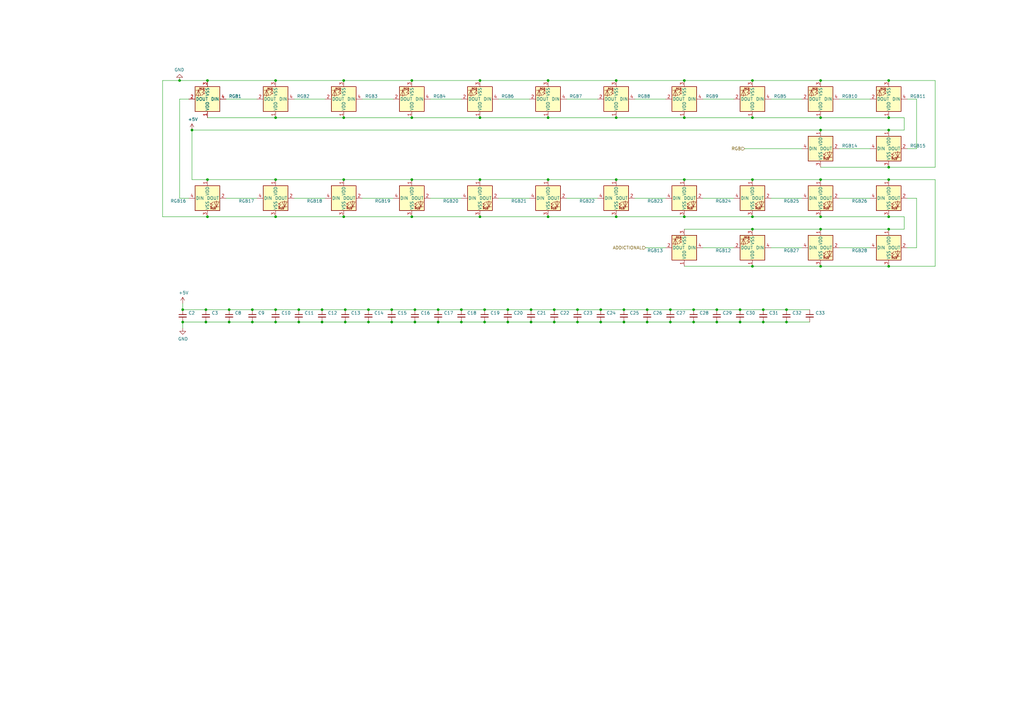
<source format=kicad_sch>
(kicad_sch (version 20211123) (generator eeschema)
  (paper "A3")
  (lib_symbols
    (symbol "Device:C_Small" (pin_numbers hide) (pin_names (offset 0.254) hide)
      (property "Reference" "C" (at 0.254 1.778 0))
      (property "Value" "C_Small" (at 0.254 -2.032 0))
      (symbol "C_Small_0_1"
        (polyline (pts (xy -1.524 -0.508) (xy 1.524 -0.508)) (stroke (width 0.3302)))
        (polyline (pts (xy -1.524 0.508) (xy 1.524 0.508)) (stroke (width 0.3048)))
      )
      (symbol "C_Small_1_1"
        (pin passive line (at 0 2.54 270) (length 2.032) (name "~") (number "1"))
        (pin passive line (at 0 -2.54 90) (length 2.032) (name "~") (number "2"))
      )
    )
    (symbol "LED:WS2812B" (pin_names (offset 0.254))
      (property "Reference" "D" (at 5.08 5.715 0))
      (property "Value" "WS2812B" (at 1.27 -5.715 0))
      (symbol "WS2812B_0_0"
        (text "RGB" (at 2.286 -4.191 0) (effects (font (size 0.762 0.762))))
      )
      (symbol "WS2812B_0_1"
        (polyline (pts (xy 1.27 -3.556) (xy 1.778 -3.556)))
        (polyline (pts (xy 1.27 -2.54) (xy 1.778 -2.54)))
        (polyline (pts (xy 4.699 -3.556) (xy 2.667 -3.556)))
        (polyline (pts (xy 2.286 -2.54) (xy 1.27 -3.556) (xy 1.27 -3.048)))
        (polyline (pts (xy 2.286 -1.524) (xy 1.27 -2.54) (xy 1.27 -2.032)))
        (polyline (pts (xy 3.683 -1.016) (xy 3.683 -3.556) (xy 3.683 -4.064)))
        (polyline (pts (xy 4.699 -1.524) (xy 2.667 -1.524) (xy 3.683 -3.556) (xy 4.699 -1.524)))
        (rectangle (start 5.08 5.08) (end -5.08 -5.08) (stroke (width 0.254)) (fill (type background)))
      )
      (symbol "WS2812B_1_1"
        (pin power_in line (at 0 7.62 270) (length 2.54) (name "VDD") (number "1"))
        (pin output line (at 7.62 0 180) (length 2.54) (name "DOUT") (number "2"))
        (pin power_in line (at 0 -7.62 90) (length 2.54) (name "VSS") (number "3"))
        (pin input line (at -7.62 0 0) (length 2.54) (name "DIN") (number "4"))
      )
    )
    (symbol "power:+5V" (power) (pin_names (offset 0))
      (property "Value" "+5V" (at 0 3.556 0))
      (symbol "+5V_0_1"
        (polyline (pts (xy -0.762 1.27) (xy 0 2.54)))
        (polyline (pts (xy 0 0) (xy 0 2.54)))
        (polyline (pts (xy 0 2.54) (xy 0.762 1.27)))
      )
      (symbol "+5V_1_1"
        (pin power_in line (at 0 0 90) (length 0) hide (name "+5V") (number "1"))
      )
    )
    (symbol "power:GND" (power) (pin_names (offset 0))
      (property "Value" "GND" (at 0 -3.81 0))
      (symbol "GND_0_1"
        (polyline (pts (xy 0 0) (xy 0 -1.27) (xy 1.27 -1.27) (xy 0 -2.54) (xy -1.27 -1.27) (xy 0 -1.27)))
      )
      (symbol "GND_1_1"
        (pin power_in line (at 0 0 270) (length 0) hide (name "GND") (number "1"))
      )
    )
  )
  (junction (at 224.79 73.66))
  (junction (at 198.755 127))
  (junction (at 364.49 88.9))
  (junction (at 196.85 48.26))
  (junction (at 189.23 132.08))
  (junction (at 84.455 132.08))
  (junction (at 74.93 132.08))
  (junction (at 113.03 73.66))
  (junction (at 196.85 73.66))
  (junction (at 308.61 48.26))
  (junction (at 313.055 132.08))
  (junction (at 294.005 127))
  (junction (at 308.61 88.9))
  (junction (at 141.605 127))
  (junction (at 280.67 88.9))
  (junction (at 322.58 132.08))
  (junction (at 141.605 132.08))
  (junction (at 122.555 132.08))
  (junction (at 284.48 132.08))
  (junction (at 246.38 127))
  (junction (at 140.97 73.66))
  (junction (at 78.74 53.34))
  (junction (at 252.73 73.66))
  (junction (at 113.03 88.9))
  (junction (at 322.58 127))
  (junction (at 151.13 127))
  (junction (at 198.755 132.08))
  (junction (at 336.55 48.26))
  (junction (at 179.705 132.08))
  (junction (at 140.97 33.02))
  (junction (at 122.555 127))
  (junction (at 336.55 109.22))
  (junction (at 280.67 73.66))
  (junction (at 364.49 68.58))
  (junction (at 303.53 127))
  (junction (at 208.28 127))
  (junction (at 113.03 48.26))
  (junction (at 308.61 73.66))
  (junction (at 113.03 33.02))
  (junction (at 364.49 48.26))
  (junction (at 160.655 132.08))
  (junction (at 168.91 33.02))
  (junction (at 364.49 109.22))
  (junction (at 140.97 88.9))
  (junction (at 217.805 132.08))
  (junction (at 224.79 33.02))
  (junction (at 113.03 127))
  (junction (at 336.55 53.34))
  (junction (at 168.91 48.26))
  (junction (at 170.18 132.08))
  (junction (at 170.18 127))
  (junction (at 132.08 132.08))
  (junction (at 196.85 33.02))
  (junction (at 179.705 127))
  (junction (at 252.73 48.26))
  (junction (at 85.09 73.66))
  (junction (at 84.455 127))
  (junction (at 265.43 127))
  (junction (at 151.13 132.08))
  (junction (at 308.61 33.02))
  (junction (at 336.55 93.98))
  (junction (at 227.33 127))
  (junction (at 103.505 127))
  (junction (at 168.91 73.66))
  (junction (at 364.49 33.02))
  (junction (at 93.98 132.08))
  (junction (at 336.55 88.9))
  (junction (at 303.53 132.08))
  (junction (at 74.93 127))
  (junction (at 252.73 88.9))
  (junction (at 364.49 73.66))
  (junction (at 93.98 127))
  (junction (at 280.67 48.26))
  (junction (at 255.905 127))
  (junction (at 189.23 127))
  (junction (at 73.66 33.02))
  (junction (at 224.79 88.9))
  (junction (at 208.28 132.08))
  (junction (at 336.55 33.02))
  (junction (at 308.61 109.22))
  (junction (at 265.43 132.08))
  (junction (at 196.85 88.9))
  (junction (at 236.855 132.08))
  (junction (at 313.055 127))
  (junction (at 274.955 127))
  (junction (at 336.55 73.66))
  (junction (at 274.955 132.08))
  (junction (at 252.73 33.02))
  (junction (at 160.655 127))
  (junction (at 246.38 132.08))
  (junction (at 113.03 132.08))
  (junction (at 168.91 88.9))
  (junction (at 364.49 53.34))
  (junction (at 85.09 88.9))
  (junction (at 140.97 48.26))
  (junction (at 227.33 132.08))
  (junction (at 280.67 33.02))
  (junction (at 132.08 127))
  (junction (at 103.505 132.08))
  (junction (at 85.09 33.02))
  (junction (at 236.855 127))
  (junction (at 255.905 132.08))
  (junction (at 284.48 127))
  (junction (at 224.79 48.26))
  (junction (at 364.49 93.98))
  (junction (at 294.005 132.08))
  (junction (at 217.805 127))
  (junction (at 308.61 93.98))
  (wire (pts (xy 308.61 33.02) (xy 336.55 33.02)))
  (wire (pts (xy 372.11 60.96) (xy 375.92 60.96)))
  (wire (pts (xy 66.675 88.9) (xy 66.675 33.02)))
  (wire (pts (xy 93.98 132.08) (xy 84.455 132.08)))
  (wire (pts (xy 336.55 109.22) (xy 364.49 109.22)))
  (wire (pts (xy 364.49 33.02) (xy 383.54 33.02)))
  (wire (pts (xy 336.55 73.66) (xy 364.49 73.66)))
  (wire (pts (xy 85.09 48.26) (xy 113.03 48.26)))
  (wire (pts (xy 336.55 33.02) (xy 364.49 33.02)))
  (wire (pts (xy 252.73 48.26) (xy 280.67 48.26)))
  (wire (pts (xy 189.23 127) (xy 179.705 127)))
  (wire (pts (xy 113.03 73.66) (xy 140.97 73.66)))
  (wire (pts (xy 85.09 73.66) (xy 113.03 73.66)))
  (wire (pts (xy 383.54 68.58) (xy 364.49 68.58)))
  (wire (pts (xy 227.33 127) (xy 217.805 127)))
  (wire (pts (xy 364.49 93.98) (xy 336.55 93.98)))
  (wire (pts (xy 140.97 33.02) (xy 168.91 33.02)))
  (wire (pts (xy 73.66 40.64) (xy 73.66 81.28)))
  (wire (pts (xy 305.435 60.96) (xy 328.93 60.96)))
  (wire (pts (xy 161.29 40.64) (xy 148.59 40.64)))
  (wire (pts (xy 336.55 93.98) (xy 308.61 93.98)))
  (wire (pts (xy 179.705 132.08) (xy 170.18 132.08)))
  (wire (pts (xy 168.91 48.26) (xy 196.85 48.26)))
  (wire (pts (xy 252.73 73.66) (xy 280.67 73.66)))
  (wire (pts (xy 364.49 68.58) (xy 336.55 68.58)))
  (wire (pts (xy 217.805 127) (xy 208.28 127)))
  (wire (pts (xy 160.655 127) (xy 151.13 127)))
  (wire (pts (xy 140.97 73.66) (xy 168.91 73.66)))
  (wire (pts (xy 308.61 93.98) (xy 280.67 93.98)))
  (wire (pts (xy 332.105 127) (xy 322.58 127)))
  (wire (pts (xy 344.17 101.6) (xy 356.87 101.6)))
  (wire (pts (xy 120.65 81.28) (xy 133.35 81.28)))
  (wire (pts (xy 344.17 60.96) (xy 356.87 60.96)))
  (wire (pts (xy 196.85 88.9) (xy 224.79 88.9)))
  (wire (pts (xy 255.905 132.08) (xy 246.38 132.08)))
  (wire (pts (xy 170.18 127) (xy 160.655 127)))
  (wire (pts (xy 73.66 81.28) (xy 77.47 81.28)))
  (wire (pts (xy 170.18 132.08) (xy 160.655 132.08)))
  (wire (pts (xy 280.67 109.22) (xy 308.61 109.22)))
  (wire (pts (xy 303.53 132.08) (xy 294.005 132.08)))
  (wire (pts (xy 316.23 101.6) (xy 328.93 101.6)))
  (wire (pts (xy 252.73 33.02) (xy 280.67 33.02)))
  (wire (pts (xy 273.05 101.6) (xy 264.795 101.6)))
  (wire (pts (xy 236.855 132.08) (xy 227.33 132.08)))
  (wire (pts (xy 280.67 88.9) (xy 308.61 88.9)))
  (wire (pts (xy 103.505 127) (xy 93.98 127)))
  (wire (pts (xy 294.005 127) (xy 284.48 127)))
  (wire (pts (xy 246.38 132.08) (xy 236.855 132.08)))
  (wire (pts (xy 198.755 127) (xy 189.23 127)))
  (wire (pts (xy 280.67 48.26) (xy 308.61 48.26)))
  (wire (pts (xy 151.13 132.08) (xy 141.605 132.08)))
  (wire (pts (xy 113.03 88.9) (xy 140.97 88.9)))
  (wire (pts (xy 308.61 73.66) (xy 336.55 73.66)))
  (wire (pts (xy 77.47 40.64) (xy 73.66 40.64)))
  (wire (pts (xy 189.23 40.64) (xy 176.53 40.64)))
  (wire (pts (xy 198.755 132.08) (xy 189.23 132.08)))
  (wire (pts (xy 217.805 132.08) (xy 208.28 132.08)))
  (wire (pts (xy 356.87 40.64) (xy 344.17 40.64)))
  (wire (pts (xy 122.555 132.08) (xy 113.03 132.08)))
  (wire (pts (xy 260.35 81.28) (xy 273.05 81.28)))
  (wire (pts (xy 168.91 73.66) (xy 196.85 73.66)))
  (wire (pts (xy 370.84 53.34) (xy 364.49 53.34)))
  (wire (pts (xy 141.605 132.08) (xy 132.08 132.08)))
  (wire (pts (xy 168.91 33.02) (xy 196.85 33.02)))
  (wire (pts (xy 92.71 81.28) (xy 105.41 81.28)))
  (wire (pts (xy 78.74 73.66) (xy 85.09 73.66)))
  (wire (pts (xy 204.47 81.28) (xy 217.17 81.28)))
  (wire (pts (xy 370.84 48.26) (xy 370.84 53.34)))
  (wire (pts (xy 196.85 73.66) (xy 224.79 73.66)))
  (wire (pts (xy 189.23 132.08) (xy 179.705 132.08)))
  (wire (pts (xy 308.61 88.9) (xy 336.55 88.9)))
  (wire (pts (xy 140.97 48.26) (xy 168.91 48.26)))
  (wire (pts (xy 224.79 88.9) (xy 252.73 88.9)))
  (wire (pts (xy 122.555 127) (xy 113.03 127)))
  (wire (pts (xy 176.53 81.28) (xy 189.23 81.28)))
  (wire (pts (xy 364.49 48.26) (xy 370.84 48.26)))
  (wire (pts (xy 93.98 127) (xy 84.455 127)))
  (wire (pts (xy 344.17 81.28) (xy 356.87 81.28)))
  (wire (pts (xy 336.55 88.9) (xy 364.49 88.9)))
  (wire (pts (xy 383.54 33.02) (xy 383.54 68.58)))
  (wire (pts (xy 141.605 127) (xy 132.08 127)))
  (wire (pts (xy 252.73 88.9) (xy 280.67 88.9)))
  (wire (pts (xy 280.67 73.66) (xy 308.61 73.66)))
  (wire (pts (xy 364.49 109.22) (xy 383.54 109.22)))
  (wire (pts (xy 224.79 48.26) (xy 252.73 48.26)))
  (wire (pts (xy 375.92 81.28) (xy 372.11 81.28)))
  (wire (pts (xy 294.005 132.08) (xy 284.48 132.08)))
  (wire (pts (xy 328.93 40.64) (xy 316.23 40.64)))
  (wire (pts (xy 113.03 132.08) (xy 103.505 132.08)))
  (wire (pts (xy 265.43 132.08) (xy 255.905 132.08)))
  (wire (pts (xy 132.08 132.08) (xy 122.555 132.08)))
  (wire (pts (xy 300.99 101.6) (xy 288.29 101.6)))
  (wire (pts (xy 375.92 101.6) (xy 375.92 81.28)))
  (wire (pts (xy 113.03 127) (xy 103.505 127)))
  (wire (pts (xy 132.08 127) (xy 122.555 127)))
  (wire (pts (xy 364.49 88.9) (xy 370.84 88.9)))
  (wire (pts (xy 85.09 33.02) (xy 113.03 33.02)))
  (wire (pts (xy 196.85 33.02) (xy 224.79 33.02)))
  (wire (pts (xy 232.41 81.28) (xy 245.11 81.28)))
  (wire (pts (xy 313.055 132.08) (xy 303.53 132.08)))
  (wire (pts (xy 85.09 88.9) (xy 66.675 88.9)))
  (wire (pts (xy 364.49 53.34) (xy 336.55 53.34)))
  (wire (pts (xy 208.28 127) (xy 198.755 127)))
  (wire (pts (xy 148.59 81.28) (xy 161.29 81.28)))
  (wire (pts (xy 308.61 109.22) (xy 336.55 109.22)))
  (wire (pts (xy 208.28 132.08) (xy 198.755 132.08)))
  (wire (pts (xy 255.905 127) (xy 246.38 127)))
  (wire (pts (xy 273.05 40.64) (xy 260.35 40.64)))
  (wire (pts (xy 113.03 33.02) (xy 140.97 33.02)))
  (wire (pts (xy 383.54 73.66) (xy 364.49 73.66)))
  (wire (pts (xy 303.53 127) (xy 294.005 127)))
  (wire (pts (xy 78.74 53.34) (xy 78.74 73.66)))
  (wire (pts (xy 336.55 48.26) (xy 364.49 48.26)))
  (wire (pts (xy 179.705 127) (xy 170.18 127)))
  (wire (pts (xy 300.99 40.64) (xy 288.29 40.64)))
  (wire (pts (xy 84.455 132.08) (xy 74.93 132.08)))
  (wire (pts (xy 105.41 40.64) (xy 92.71 40.64)))
  (wire (pts (xy 280.67 33.02) (xy 308.61 33.02)))
  (wire (pts (xy 224.79 33.02) (xy 252.73 33.02)))
  (wire (pts (xy 151.13 127) (xy 141.605 127)))
  (wire (pts (xy 370.84 88.9) (xy 370.84 93.98)))
  (wire (pts (xy 103.505 132.08) (xy 93.98 132.08)))
  (wire (pts (xy 284.48 132.08) (xy 274.955 132.08)))
  (wire (pts (xy 85.09 33.02) (xy 73.66 33.02)))
  (wire (pts (xy 383.54 73.66) (xy 383.54 109.22)))
  (wire (pts (xy 372.11 101.6) (xy 375.92 101.6)))
  (wire (pts (xy 236.855 127) (xy 227.33 127)))
  (wire (pts (xy 370.84 93.98) (xy 364.49 93.98)))
  (wire (pts (xy 245.11 40.64) (xy 232.41 40.64)))
  (wire (pts (xy 133.35 40.64) (xy 120.65 40.64)))
  (wire (pts (xy 375.92 60.96) (xy 375.92 40.64)))
  (wire (pts (xy 217.17 40.64) (xy 204.47 40.64)))
  (wire (pts (xy 322.58 132.08) (xy 313.055 132.08)))
  (wire (pts (xy 168.91 88.9) (xy 196.85 88.9)))
  (wire (pts (xy 288.29 81.28) (xy 300.99 81.28)))
  (wire (pts (xy 74.93 132.08) (xy 74.93 134.62)))
  (wire (pts (xy 140.97 88.9) (xy 168.91 88.9)))
  (wire (pts (xy 74.93 127) (xy 74.93 124.46)))
  (wire (pts (xy 196.85 48.26) (xy 224.79 48.26)))
  (wire (pts (xy 113.03 48.26) (xy 140.97 48.26)))
  (wire (pts (xy 227.33 132.08) (xy 217.805 132.08)))
  (wire (pts (xy 85.09 88.9) (xy 113.03 88.9)))
  (wire (pts (xy 313.055 127) (xy 303.53 127)))
  (wire (pts (xy 224.79 73.66) (xy 252.73 73.66)))
  (wire (pts (xy 66.675 33.02) (xy 73.66 33.02)))
  (wire (pts (xy 274.955 127) (xy 265.43 127)))
  (wire (pts (xy 84.455 127) (xy 74.93 127)))
  (wire (pts (xy 265.43 127) (xy 255.905 127)))
  (wire (pts (xy 274.955 132.08) (xy 265.43 132.08)))
  (wire (pts (xy 375.92 40.64) (xy 372.11 40.64)))
  (wire (pts (xy 332.105 132.08) (xy 322.58 132.08)))
  (wire (pts (xy 308.61 48.26) (xy 336.55 48.26)))
  (wire (pts (xy 336.55 53.34) (xy 78.74 53.34)))
  (wire (pts (xy 316.23 81.28) (xy 328.93 81.28)))
  (wire (pts (xy 160.655 132.08) (xy 151.13 132.08)))
  (wire (pts (xy 322.58 127) (xy 313.055 127)))
  (wire (pts (xy 246.38 127) (xy 236.855 127)))
  (wire (pts (xy 284.48 127) (xy 274.955 127)))
  (hierarchical_label "ADDICTIONAL" (shape input) (at 264.795 101.6 180))
  (hierarchical_label "RGB" (shape input) (at 305.435 60.96 180))
  (symbol (lib_id "LED:WS2812B") (at 113.03 40.64 180) (unit 1)
    (property "Reference" "RGB2" (at 121.7676 39.4716 0) (effects (justify right)))
    (property "Footprint" "sanproject-keyboard-part:LED_WS2812B_PLCC4_5.0x5.0mm_P3.2mm" (effects hide))
    (property "Datasheet" "https://cdn-shop.adafruit.com/datasheets/WS2812B.pdf" (effects hide))
  )
  (symbol (lib_id "LED:WS2812B") (at 85.09 40.64 180) (unit 1)
    (property "Reference" "RGB1" (at 93.8276 39.4716 0) (effects (justify right)))
    (property "Footprint" "sanproject-keyboard-part:LED_WS2812B_PLCC4_5.0x5.0mm_P3.2mm" (effects hide))
    (property "Datasheet" "https://cdn-shop.adafruit.com/datasheets/WS2812B.pdf" (effects hide))
  )
  (symbol (lib_id "LED:WS2812B") (at 168.91 40.64 180) (unit 1)
    (property "Reference" "RGB4" (at 177.6476 39.4716 0) (effects (justify right)))
    (property "Footprint" "sanproject-keyboard-part:LED_WS2812B_PLCC4_5.0x5.0mm_P3.2mm" (effects hide))
    (property "Datasheet" "https://cdn-shop.adafruit.com/datasheets/WS2812B.pdf" (effects hide))
  )
  (symbol (lib_id "LED:WS2812B") (at 140.97 40.64 180) (unit 1)
    (property "Reference" "RGB3" (at 149.7076 39.4716 0) (effects (justify right)))
    (property "Footprint" "sanproject-keyboard-part:LED_WS2812B_PLCC4_5.0x5.0mm_P3.2mm" (effects hide))
    (property "Datasheet" "https://cdn-shop.adafruit.com/datasheets/WS2812B.pdf" (effects hide))
  )
  (symbol (lib_id "LED:WS2812B") (at 224.79 40.64 180) (unit 1)
    (property "Reference" "RGB7" (at 233.5276 39.4716 0) (effects (justify right)))
    (property "Footprint" "sanproject-keyboard-part:LED_WS2812B_PLCC4_5.0x5.0mm_P3.2mm" (effects hide))
    (property "Datasheet" "https://cdn-shop.adafruit.com/datasheets/WS2812B.pdf" (effects hide))
  )
  (symbol (lib_id "LED:WS2812B") (at 196.85 40.64 180) (unit 1)
    (property "Reference" "RGB6" (at 205.5876 39.4716 0) (effects (justify right)))
    (property "Footprint" "sanproject-keyboard-part:LED_WS2812B_PLCC4_5.0x5.0mm_P3.2mm" (effects hide))
    (property "Datasheet" "https://cdn-shop.adafruit.com/datasheets/WS2812B.pdf" (effects hide))
  )
  (symbol (lib_id "LED:WS2812B") (at 280.67 40.64 180) (unit 1)
    (property "Reference" "RGB9" (at 289.4076 39.4716 0) (effects (justify right)))
    (property "Footprint" "sanproject-keyboard-part:LED_WS2812B_PLCC4_5.0x5.0mm_P3.2mm" (effects hide))
    (property "Datasheet" "https://cdn-shop.adafruit.com/datasheets/WS2812B.pdf" (effects hide))
  )
  (symbol (lib_id "LED:WS2812B") (at 252.73 40.64 180) (unit 1)
    (property "Reference" "RGB8" (at 261.4676 39.4716 0) (effects (justify right)))
    (property "Footprint" "sanproject-keyboard-part:LED_WS2812B_PLCC4_5.0x5.0mm_P3.2mm" (effects hide))
    (property "Datasheet" "https://cdn-shop.adafruit.com/datasheets/WS2812B.pdf" (effects hide))
  )
  (symbol (lib_id "LED:WS2812B") (at 336.55 40.64 180) (unit 1)
    (property "Reference" "RGB10" (at 345.2876 39.4716 0) (effects (justify right)))
    (property "Footprint" "sanproject-keyboard-part:LED_WS2812B_PLCC4_5.0x5.0mm_P3.2mm" (effects hide))
    (property "Datasheet" "https://cdn-shop.adafruit.com/datasheets/WS2812B.pdf" (effects hide))
  )
  (symbol (lib_id "LED:WS2812B") (at 308.61 40.64 180) (unit 1)
    (property "Reference" "RGB5" (at 317.3476 39.4716 0) (effects (justify right)))
    (property "Footprint" "sanproject-keyboard-part:LED_WS2812B_PLCC4_5.0x5.0mm_P3.2mm" (effects hide))
    (property "Datasheet" "https://cdn-shop.adafruit.com/datasheets/WS2812B.pdf" (effects hide))
  )
  (symbol (lib_id "LED:WS2812B") (at 364.49 40.64 180) (unit 1)
    (property "Reference" "RGB11" (at 373.2276 39.4716 0) (effects (justify right)))
    (property "Footprint" "sanproject-keyboard-part:LED_WS2812B_PLCC4_5.0x5.0mm_P3.2mm" (effects hide))
    (property "Datasheet" "https://cdn-shop.adafruit.com/datasheets/WS2812B.pdf" (effects hide))
  )
  (symbol (lib_id "LED:WS2812B") (at 364.49 60.96 0) (unit 1)
    (property "Reference" "RGB15" (at 373.2276 59.7916 0) (effects (justify left)))
    (property "Footprint" "sanproject-keyboard-part:LED_WS2812B_PLCC4_5.0x5.0mm_P3.2mm" (effects hide))
    (property "Datasheet" "https://cdn-shop.adafruit.com/datasheets/WS2812B.pdf" (effects hide))
  )
  (symbol (lib_id "LED:WS2812B") (at 336.55 60.96 0) (unit 1)
    (property "Reference" "RGB14" (at 345.2876 59.7916 0) (effects (justify left)))
    (property "Footprint" "sanproject-keyboard-part:LED_WS2812B_PLCC4_5.0x5.0mm_P3.2mm" (effects hide))
    (property "Datasheet" "https://cdn-shop.adafruit.com/datasheets/WS2812B.pdf" (effects hide))
  )
  (symbol (lib_id "LED:WS2812B") (at 308.61 101.6 180) (unit 1)
    (property "Reference" "RGB12" (at 299.8724 102.7684 0) (effects (justify left)))
    (property "Footprint" "sanproject-keyboard-part:LED_WS2812B_PLCC4_5.0x5.0mm_P3.2mm" (effects hide))
    (property "Datasheet" "https://cdn-shop.adafruit.com/datasheets/WS2812B.pdf" (effects hide))
  )
  (symbol (lib_id "LED:WS2812B") (at 280.67 101.6 180) (unit 1)
    (property "Reference" "RGB13" (at 271.9324 102.7684 0) (effects (justify left)))
    (property "Footprint" "sanproject-keyboard-part:LED_WS2812B_PLCC4_5.0x5.0mm_P3.2mm" (effects hide))
    (property "Datasheet" "https://cdn-shop.adafruit.com/datasheets/WS2812B.pdf" (effects hide))
  )
  (symbol (lib_id "LED:WS2812B") (at 364.49 81.28 0) (unit 1)
    (property "Reference" "RGB26" (at 355.7524 82.4484 0) (effects (justify right)))
    (property "Footprint" "sanproject-keyboard-part:LED_WS2812B_PLCC4_5.0x5.0mm_P3.2mm" (effects hide))
    (property "Datasheet" "https://cdn-shop.adafruit.com/datasheets/WS2812B.pdf" (effects hide))
  )
  (symbol (lib_id "LED:WS2812B") (at 336.55 81.28 0) (unit 1)
    (property "Reference" "RGB25" (at 327.8124 82.4484 0) (effects (justify right)))
    (property "Footprint" "sanproject-keyboard-part:LED_WS2812B_PLCC4_5.0x5.0mm_P3.2mm" (effects hide))
    (property "Datasheet" "https://cdn-shop.adafruit.com/datasheets/WS2812B.pdf" (effects hide))
  )
  (symbol (lib_id "LED:WS2812B") (at 280.67 81.28 0) (unit 1)
    (property "Reference" "RGB23" (at 271.9324 82.4484 0) (effects (justify right)))
    (property "Footprint" "sanproject-keyboard-part:LED_WS2812B_PLCC4_5.0x5.0mm_P3.2mm" (effects hide))
    (property "Datasheet" "https://cdn-shop.adafruit.com/datasheets/WS2812B.pdf" (effects hide))
  )
  (symbol (lib_id "LED:WS2812B") (at 308.61 81.28 0) (unit 1)
    (property "Reference" "RGB24" (at 299.8724 82.4484 0) (effects (justify right)))
    (property "Footprint" "sanproject-keyboard-part:LED_WS2812B_PLCC4_5.0x5.0mm_P3.2mm" (effects hide))
    (property "Datasheet" "https://cdn-shop.adafruit.com/datasheets/WS2812B.pdf" (effects hide))
  )
  (symbol (lib_id "LED:WS2812B") (at 224.79 81.28 0) (unit 1)
    (property "Reference" "RGB21" (at 216.0524 82.4484 0) (effects (justify right)))
    (property "Footprint" "sanproject-keyboard-part:LED_WS2812B_PLCC4_5.0x5.0mm_P3.2mm" (effects hide))
    (property "Datasheet" "https://cdn-shop.adafruit.com/datasheets/WS2812B.pdf" (effects hide))
  )
  (symbol (lib_id "LED:WS2812B") (at 252.73 81.28 0) (unit 1)
    (property "Reference" "RGB22" (at 243.9924 82.4484 0) (effects (justify right)))
    (property "Footprint" "sanproject-keyboard-part:LED_WS2812B_PLCC4_5.0x5.0mm_P3.2mm" (effects hide))
    (property "Datasheet" "https://cdn-shop.adafruit.com/datasheets/WS2812B.pdf" (effects hide))
  )
  (symbol (lib_id "LED:WS2812B") (at 168.91 81.28 0) (unit 1)
    (property "Reference" "RGB19" (at 160.1724 82.4484 0) (effects (justify right)))
    (property "Footprint" "sanproject-keyboard-part:LED_WS2812B_PLCC4_5.0x5.0mm_P3.2mm" (effects hide))
    (property "Datasheet" "https://cdn-shop.adafruit.com/datasheets/WS2812B.pdf" (effects hide))
  )
  (symbol (lib_id "LED:WS2812B") (at 196.85 81.28 0) (unit 1)
    (property "Reference" "RGB20" (at 188.1124 82.4484 0) (effects (justify right)))
    (property "Footprint" "sanproject-keyboard-part:LED_WS2812B_PLCC4_5.0x5.0mm_P3.2mm" (effects hide))
    (property "Datasheet" "https://cdn-shop.adafruit.com/datasheets/WS2812B.pdf" (effects hide))
  )
  (symbol (lib_id "LED:WS2812B") (at 113.03 81.28 0) (unit 1)
    (property "Reference" "RGB17" (at 104.2924 82.4484 0) (effects (justify right)))
    (property "Footprint" "sanproject-keyboard-part:LED_WS2812B_PLCC4_5.0x5.0mm_P3.2mm" (effects hide))
    (property "Datasheet" "https://cdn-shop.adafruit.com/datasheets/WS2812B.pdf" (effects hide))
  )
  (symbol (lib_id "LED:WS2812B") (at 140.97 81.28 0) (unit 1)
    (property "Reference" "RGB18" (at 132.2324 82.4484 0) (effects (justify right)))
    (property "Footprint" "sanproject-keyboard-part:LED_WS2812B_PLCC4_5.0x5.0mm_P3.2mm" (effects hide))
    (property "Datasheet" "https://cdn-shop.adafruit.com/datasheets/WS2812B.pdf" (effects hide))
  )
  (symbol (lib_id "LED:WS2812B") (at 85.09 81.28 0) (unit 1)
    (property "Reference" "RGB16" (at 76.3524 82.4484 0) (effects (justify right)))
    (property "Footprint" "sanproject-keyboard-part:LED_WS2812B_PLCC4_5.0x5.0mm_P3.2mm" (effects hide))
    (property "Datasheet" "https://cdn-shop.adafruit.com/datasheets/WS2812B.pdf" (effects hide))
  )
  (symbol (lib_id "LED:WS2812B") (at 364.49 101.6 0) (unit 1)
    (property "Reference" "RGB28" (at 355.7524 102.7684 0) (effects (justify right)))
    (property "Footprint" "sanproject-keyboard-part:LED_WS2812B_PLCC4_5.0x5.0mm_P3.2mm" (effects hide))
    (property "Datasheet" "https://cdn-shop.adafruit.com/datasheets/WS2812B.pdf" (effects hide))
  )
  (symbol (lib_id "LED:WS2812B") (at 336.55 101.6 0) (unit 1)
    (property "Reference" "RGB27" (at 327.8124 102.7684 0) (effects (justify right)))
    (property "Footprint" "sanproject-keyboard-part:LED_WS2812B_PLCC4_5.0x5.0mm_P3.2mm" (effects hide))
    (property "Datasheet" "https://cdn-shop.adafruit.com/datasheets/WS2812B.pdf" (effects hide))
  )
  (symbol (lib_id "power:+5V") (at 78.74 53.34 0) (unit 1)
    (property "Reference" "#PWR0128" (effects hide))
  )
  (symbol (lib_id "power:GND") (at 73.66 33.02 180) (unit 1)
    (property "Reference" "#PWR0129" (effects hide))
  )
  (symbol (lib_id "Device:C_Small") (at 74.93 129.54 0) (unit 1)
    (property "Reference" "C2" (at 77.2668 128.3716 0) (effects (justify left)))
  )
  (symbol (lib_id "Device:C_Small") (at 84.455 129.54 0) (unit 1)
    (property "Reference" "C3" (at 86.7918 128.3716 0) (effects (justify left)))
  )
  (symbol (lib_id "Device:C_Small") (at 93.98 129.54 0) (unit 1)
    (property "Reference" "C8" (at 96.3168 128.3716 0) (effects (justify left)))
  )
  (symbol (lib_id "Device:C_Small") (at 103.505 129.54 0) (unit 1)
    (property "Reference" "C9" (at 105.8418 128.3716 0) (effects (justify left)))
  )
  (symbol (lib_id "Device:C_Small") (at 113.03 129.54 0) (unit 1)
    (property "Reference" "C10" (at 115.3668 128.3716 0) (effects (justify left)))
  )
  (symbol (lib_id "Device:C_Small") (at 122.555 129.54 0) (unit 1)
    (property "Reference" "C11" (at 124.8918 128.3716 0) (effects (justify left)))
  )
  (symbol (lib_id "Device:C_Small") (at 132.08 129.54 0) (unit 1)
    (property "Reference" "C12" (at 134.4168 128.3716 0) (effects (justify left)))
  )
  (symbol (lib_id "Device:C_Small") (at 141.605 129.54 0) (unit 1)
    (property "Reference" "C13" (at 143.9418 128.3716 0) (effects (justify left)))
  )
  (symbol (lib_id "power:+5V") (at 74.93 124.46 0) (unit 1)
    (property "Reference" "#PWR0132" (effects hide))
  )
  (symbol (lib_id "power:GND") (at 74.93 134.62 0) (unit 1)
    (property "Reference" "#PWR0133" (effects hide))
  )
  (symbol (lib_id "Device:C_Small") (at 151.13 129.54 0) (unit 1)
    (property "Reference" "C14" (at 153.4668 128.3716 0) (effects (justify left)))
  )
  (symbol (lib_id "Device:C_Small") (at 160.655 129.54 0) (unit 1)
    (property "Reference" "C15" (at 162.9918 128.3716 0) (effects (justify left)))
  )
  (symbol (lib_id "Device:C_Small") (at 170.18 129.54 0) (unit 1)
    (property "Reference" "C16" (at 172.5168 128.3716 0) (effects (justify left)))
  )
  (symbol (lib_id "Device:C_Small") (at 179.705 129.54 0) (unit 1)
    (property "Reference" "C17" (at 182.0418 128.3716 0) (effects (justify left)))
  )
  (symbol (lib_id "Device:C_Small") (at 189.23 129.54 0) (unit 1)
    (property "Reference" "C18" (at 191.5668 128.3716 0) (effects (justify left)))
  )
  (symbol (lib_id "Device:C_Small") (at 198.755 129.54 0) (unit 1)
    (property "Reference" "C19" (at 201.0918 128.3716 0) (effects (justify left)))
  )
  (symbol (lib_id "Device:C_Small") (at 208.28 129.54 0) (unit 1)
    (property "Reference" "C20" (at 210.6168 128.3716 0) (effects (justify left)))
  )
  (symbol (lib_id "Device:C_Small") (at 217.805 129.54 0) (unit 1)
    (property "Reference" "C21" (at 220.1418 128.3716 0) (effects (justify left)))
  )
  (symbol (lib_id "Device:C_Small") (at 227.33 129.54 0) (unit 1)
    (property "Reference" "C22" (at 229.6668 128.3716 0) (effects (justify left)))
  )
  (symbol (lib_id "Device:C_Small") (at 236.855 129.54 0) (unit 1)
    (property "Reference" "C23" (at 239.1918 128.3716 0) (effects (justify left)))
  )
  (symbol (lib_id "Device:C_Small") (at 246.38 129.54 0) (unit 1)
    (property "Reference" "C24" (at 248.7168 128.3716 0) (effects (justify left)))
  )
  (symbol (lib_id "Device:C_Small") (at 255.905 129.54 0) (unit 1)
    (property "Reference" "C25" (at 258.2418 128.3716 0) (effects (justify left)))
  )
  (symbol (lib_id "Device:C_Small") (at 265.43 129.54 0) (unit 1)
    (property "Reference" "C26" (at 267.7668 128.3716 0) (effects (justify left)))
  )
  (symbol (lib_id "Device:C_Small") (at 274.955 129.54 0) (unit 1)
    (property "Reference" "C27" (at 277.2918 128.3716 0) (effects (justify left)))
  )
  (symbol (lib_id "Device:C_Small") (at 284.48 129.54 0) (unit 1)
    (property "Reference" "C28" (at 286.8168 128.3716 0) (effects (justify left)))
  )
  (symbol (lib_id "Device:C_Small") (at 294.005 129.54 0) (unit 1)
    (property "Reference" "C29" (at 296.3418 128.3716 0) (effects (justify left)))
  )
  (symbol (lib_id "Device:C_Small") (at 303.53 129.54 0) (unit 1)
    (property "Reference" "C30" (at 305.8668 128.3716 0) (effects (justify left)))
  )
  (symbol (lib_id "Device:C_Small") (at 313.055 129.54 0) (unit 1)
    (property "Reference" "C31" (at 315.3918 128.3716 0) (effects (justify left)))
  )
  (symbol (lib_id "Device:C_Small") (at 322.58 129.54 0) (unit 1)
    (property "Reference" "C32" (at 324.9168 128.3716 0) (effects (justify left)))
  )
  (symbol (lib_id "Device:C_Small") (at 332.105 129.54 0) (unit 1)
    (property "Reference" "C33" (at 334.4418 128.3716 0) (effects (justify left)))
  )
)
</source>
